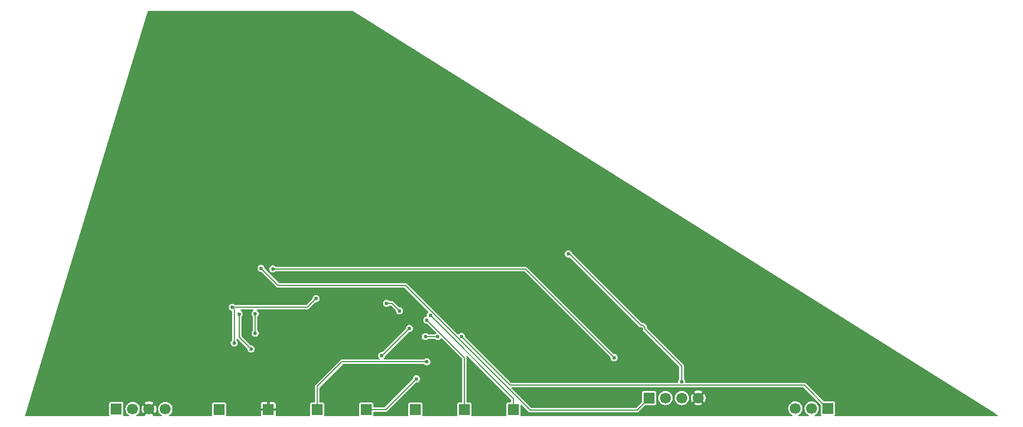
<source format=gbr>
%TF.GenerationSoftware,KiCad,Pcbnew,9.0.3*%
%TF.CreationDate,2025-09-15T18:31:03-04:00*%
%TF.ProjectId,SGTC_Center,53475443-5f43-4656-9e74-65722e6b6963,rev?*%
%TF.SameCoordinates,Original*%
%TF.FileFunction,Copper,L2,Bot*%
%TF.FilePolarity,Positive*%
%FSLAX46Y46*%
G04 Gerber Fmt 4.6, Leading zero omitted, Abs format (unit mm)*
G04 Created by KiCad (PCBNEW 9.0.3) date 2025-09-15 18:31:03*
%MOMM*%
%LPD*%
G01*
G04 APERTURE LIST*
%TA.AperFunction,ComponentPad*%
%ADD10R,1.700000X1.700000*%
%TD*%
%TA.AperFunction,ComponentPad*%
%ADD11C,1.700000*%
%TD*%
%TA.AperFunction,ViaPad*%
%ADD12C,0.600000*%
%TD*%
%TA.AperFunction,Conductor*%
%ADD13C,0.200000*%
%TD*%
G04 APERTURE END LIST*
D10*
%TO.P,J2,1,Pin_1*%
%TO.N,DIN*%
X125020000Y-138550000D03*
%TD*%
%TO.P,J6,1,Pin_1*%
%TO.N,GND*%
X94540000Y-138550000D03*
%TD*%
%TO.P,J7,1,Pin_1*%
%TO.N,+3.3V*%
X86920000Y-138550000D03*
%TD*%
%TO.P,J8,1,Pin_1*%
%TO.N,~{CS}*%
X181490000Y-138400000D03*
D11*
%TO.P,J8,2,Pin_2*%
%TO.N,Net-(J8-Pin_2)*%
X178950000Y-138400000D03*
%TO.P,J8,3,Pin_3*%
%TO.N,Net-(J8-Pin_3)*%
X176410000Y-138400000D03*
%TD*%
D10*
%TO.P,J5,1,Pin_1*%
%TO.N,~{SYNC}{slash}~{RST}*%
X102160000Y-138550000D03*
%TD*%
%TO.P,J3,1,Pin_1*%
%TO.N,DOUT*%
X117400000Y-138550000D03*
%TD*%
%TO.P,J10,1,Pin_1*%
%TO.N,GAUGE2_IN_N*%
X153710000Y-136750000D03*
D11*
%TO.P,J10,2,Pin_2*%
%TO.N,GAUGE2_IN_P*%
X156250000Y-136750000D03*
%TO.P,J10,3,Pin_3*%
%TO.N,+3.3V*%
X158790000Y-136750000D03*
%TO.P,J10,4,Pin_4*%
%TO.N,GND*%
X161330000Y-136750000D03*
%TD*%
D10*
%TO.P,J4,1,Pin_1*%
%TO.N,SPICLK*%
X109780000Y-138550000D03*
%TD*%
%TO.P,J1,1,Pin_1*%
%TO.N,ADCCLK*%
X132640000Y-138550000D03*
%TD*%
D11*
%TO.P,J9,4,Pin_4*%
%TO.N,+3.3V*%
X78560000Y-138475000D03*
%TO.P,J9,3,Pin_3*%
%TO.N,GND*%
X76020000Y-138475000D03*
%TO.P,J9,2,Pin_2*%
%TO.N,GAUGE1_IN_P*%
X73480000Y-138475000D03*
D10*
%TO.P,J9,1,Pin_1*%
%TO.N,GAUGE1_IN_N*%
X70940000Y-138475000D03*
%TD*%
D12*
%TO.N,+3.3V*%
X141160000Y-114350000D03*
X158750000Y-134200000D03*
%TO.N,GND*%
X138010000Y-135900000D03*
X128423600Y-137076800D03*
X138560000Y-129900000D03*
X80610000Y-124300000D03*
X120500000Y-129000000D03*
X78250000Y-132250000D03*
X180910000Y-136100000D03*
X135310000Y-126400000D03*
X128322000Y-123157600D03*
X104000000Y-128250000D03*
X114610000Y-120900000D03*
X138310000Y-133150000D03*
X152500000Y-126000000D03*
X112810000Y-122774999D03*
X146750000Y-136250000D03*
X117810000Y-129800000D03*
X137810000Y-121400000D03*
%TO.N,+3.3V*%
X101960000Y-121300000D03*
X114910000Y-123200000D03*
X88960000Y-122650000D03*
X89250000Y-128225000D03*
X112920000Y-122030000D03*
%TO.N,GAUGE2_IN_N*%
X91860000Y-129150000D03*
X93425000Y-116600000D03*
X90010000Y-123700000D03*
%TO.N,GAUGE2_IN_P*%
X92510000Y-123650000D03*
X148250000Y-130475000D03*
X95250000Y-116700000D03*
X92510000Y-126700000D03*
%TO.N,DIN*%
X119180000Y-124640000D03*
%TO.N,SPICLK*%
X116465909Y-125931909D03*
X112167600Y-130168000D03*
X117552400Y-133774800D03*
%TO.N,~{SYNC}{slash}~{RST}*%
X119178000Y-131133200D03*
%TO.N,ADCCLK*%
X119710000Y-123950000D03*
%TO.N,~{CS}*%
X124550000Y-127200000D03*
X120860000Y-127210000D03*
X118950000Y-127210000D03*
%TD*%
D13*
%TO.N,GAUGE2_IN_N*%
X153710000Y-136750000D02*
X151810000Y-138650000D01*
X151810000Y-138650000D02*
X135220768Y-138650000D01*
%TO.N,+3.3V*%
X158750000Y-134200000D02*
X158750000Y-131750000D01*
X158750000Y-131750000D02*
X153051000Y-126051000D01*
X153051000Y-126051000D02*
X153051000Y-125771768D01*
X152449000Y-125449000D02*
X141350000Y-114350000D01*
X153051000Y-125771768D02*
X152728232Y-125449000D01*
X152728232Y-125449000D02*
X152449000Y-125449000D01*
X141350000Y-114350000D02*
X141160000Y-114350000D01*
%TO.N,~{CS}*%
X124550000Y-127200000D02*
X132100000Y-134750000D01*
X132100000Y-134750000D02*
X177799224Y-134750000D01*
X177799224Y-134750000D02*
X181507060Y-138457836D01*
%TO.N,+3.3V*%
X89250000Y-128225000D02*
X89250000Y-122940000D01*
X89250000Y-122940000D02*
X88960000Y-122650000D01*
X113740000Y-122030000D02*
X114910000Y-123200000D01*
X112920000Y-122030000D02*
X113740000Y-122030000D01*
X88960000Y-122650000D02*
X100610000Y-122650000D01*
X100610000Y-122650000D02*
X101960000Y-121300000D01*
%TO.N,GAUGE2_IN_N*%
X115820768Y-119250000D02*
X135220768Y-138650000D01*
X93425000Y-116600000D02*
X96075000Y-119250000D01*
X90010000Y-127300000D02*
X91860000Y-129150000D01*
X96075000Y-119250000D02*
X115820768Y-119250000D01*
X90010000Y-123700000D02*
X90010000Y-127300000D01*
%TO.N,GAUGE2_IN_P*%
X134475000Y-116700000D02*
X148250000Y-130475000D01*
X95250000Y-116700000D02*
X134475000Y-116700000D01*
X92510000Y-123650000D02*
X92510000Y-126700000D01*
%TO.N,DIN*%
X125020000Y-130480000D02*
X125020000Y-138550000D01*
X119180000Y-124640000D02*
X125020000Y-130480000D01*
%TO.N,SPICLK*%
X112229818Y-130168000D02*
X112167600Y-130168000D01*
X112777200Y-138550000D02*
X109780000Y-138550000D01*
X116465909Y-125931909D02*
X112229818Y-130168000D01*
X117552400Y-133774800D02*
X112777200Y-138550000D01*
%TO.N,~{SYNC}{slash}~{RST}*%
X119178000Y-131133200D02*
X105970000Y-131133200D01*
X102160000Y-134943200D02*
X102160000Y-138550000D01*
X105970000Y-131133200D02*
X102160000Y-134943200D01*
%TO.N,ADCCLK*%
X119710000Y-123950000D02*
X132607060Y-136847060D01*
X132607060Y-136847060D02*
X132607060Y-138457836D01*
%TO.N,~{CS}*%
X118950000Y-127210000D02*
X120860000Y-127210000D01*
%TD*%
%TA.AperFunction,Conductor*%
%TO.N,GND*%
G36*
X107631175Y-76600038D02*
G01*
X181951562Y-123179593D01*
X207194738Y-139000500D01*
X207834618Y-139401538D01*
X207873884Y-139448461D01*
X207878070Y-139509503D01*
X207845577Y-139561348D01*
X207788816Y-139584192D01*
X207782043Y-139584424D01*
X182603036Y-139584424D01*
X182544845Y-139565517D01*
X182508881Y-139516017D01*
X182508881Y-139454831D01*
X182520720Y-139430423D01*
X182530202Y-139416232D01*
X182575966Y-139347740D01*
X182590500Y-139274674D01*
X182590500Y-137525326D01*
X182575966Y-137452260D01*
X182547387Y-137409488D01*
X182520602Y-137369400D01*
X182520599Y-137369397D01*
X182437742Y-137314035D01*
X182437740Y-137314034D01*
X182437737Y-137314033D01*
X182437736Y-137314033D01*
X182364684Y-137299501D01*
X182364674Y-137299500D01*
X182364673Y-137299500D01*
X180885414Y-137299500D01*
X180827223Y-137280593D01*
X180815410Y-137270504D01*
X179420221Y-135875315D01*
X178014436Y-134469530D01*
X177934512Y-134423386D01*
X177845368Y-134399500D01*
X177845366Y-134399500D01*
X159395483Y-134399500D01*
X159337292Y-134380593D01*
X159301328Y-134331093D01*
X159299963Y-134278949D01*
X159299653Y-134278909D01*
X159299911Y-134276947D01*
X159299857Y-134274875D01*
X159300500Y-134272475D01*
X159300500Y-134127525D01*
X159296557Y-134112810D01*
X159262984Y-133987515D01*
X159262982Y-133987512D01*
X159262982Y-133987510D01*
X159190512Y-133861989D01*
X159190508Y-133861984D01*
X159129496Y-133800971D01*
X159101719Y-133746454D01*
X159100500Y-133730968D01*
X159100500Y-131703857D01*
X159095099Y-131683700D01*
X159076614Y-131614712D01*
X159030470Y-131534788D01*
X153430496Y-125934814D01*
X153402719Y-125880297D01*
X153401500Y-125864810D01*
X153401500Y-125725625D01*
X153401500Y-125725624D01*
X153377614Y-125636480D01*
X153377613Y-125636478D01*
X153353028Y-125593895D01*
X153343916Y-125578114D01*
X153331470Y-125556556D01*
X152943444Y-125168530D01*
X152863520Y-125122386D01*
X152774376Y-125098500D01*
X152774374Y-125098500D01*
X152635189Y-125098500D01*
X152576998Y-125079593D01*
X152565185Y-125069504D01*
X141706303Y-114210621D01*
X141680681Y-114166240D01*
X141672984Y-114137515D01*
X141672981Y-114137510D01*
X141600512Y-114011989D01*
X141600510Y-114011987D01*
X141600509Y-114011985D01*
X141498015Y-113909491D01*
X141498012Y-113909489D01*
X141498010Y-113909487D01*
X141372488Y-113837017D01*
X141372489Y-113837017D01*
X141342896Y-113829087D01*
X141232475Y-113799500D01*
X141087525Y-113799500D01*
X141025790Y-113816041D01*
X140947510Y-113837017D01*
X140821989Y-113909487D01*
X140719487Y-114011989D01*
X140647017Y-114137510D01*
X140609500Y-114277525D01*
X140609500Y-114422474D01*
X140647017Y-114562489D01*
X140719487Y-114688010D01*
X140719489Y-114688012D01*
X140719491Y-114688015D01*
X140821985Y-114790509D01*
X140821987Y-114790510D01*
X140821989Y-114790512D01*
X140947511Y-114862982D01*
X140947512Y-114862982D01*
X140947515Y-114862984D01*
X141087525Y-114900500D01*
X141087526Y-114900500D01*
X141232476Y-114900500D01*
X141232476Y-114900499D01*
X141313186Y-114878873D01*
X141374286Y-114882074D01*
X141408813Y-114904495D01*
X152168531Y-125664212D01*
X152168530Y-125664212D01*
X152233787Y-125729468D01*
X152233789Y-125729470D01*
X152282702Y-125757710D01*
X152313712Y-125775614D01*
X152402856Y-125799500D01*
X152542042Y-125799500D01*
X152549639Y-125801968D01*
X152557529Y-125800719D01*
X152578184Y-125811243D01*
X152600233Y-125818407D01*
X152612046Y-125828496D01*
X152671504Y-125887954D01*
X152699281Y-125942471D01*
X152700500Y-125957958D01*
X152700500Y-126097143D01*
X152714528Y-126149499D01*
X152724385Y-126186285D01*
X152724386Y-126186288D01*
X152770530Y-126266212D01*
X158370505Y-131866187D01*
X158398281Y-131920702D01*
X158399500Y-131936189D01*
X158399500Y-133730968D01*
X158380593Y-133789159D01*
X158370504Y-133800971D01*
X158309491Y-133861984D01*
X158309487Y-133861989D01*
X158237017Y-133987510D01*
X158199500Y-134127525D01*
X158199500Y-134272475D01*
X158199499Y-134272475D01*
X158200143Y-134274875D01*
X158200049Y-134276652D01*
X158200347Y-134278909D01*
X158199928Y-134278964D01*
X158196942Y-134335977D01*
X158158438Y-134383528D01*
X158104517Y-134399500D01*
X132286189Y-134399500D01*
X132227998Y-134380593D01*
X132216185Y-134370504D01*
X125129496Y-127283814D01*
X125101719Y-127229297D01*
X125100500Y-127213810D01*
X125100500Y-127127525D01*
X125096825Y-127113810D01*
X125062984Y-126987515D01*
X125062982Y-126987512D01*
X125062982Y-126987510D01*
X124990512Y-126861989D01*
X124990510Y-126861987D01*
X124990509Y-126861985D01*
X124888015Y-126759491D01*
X124888012Y-126759489D01*
X124888010Y-126759487D01*
X124762488Y-126687017D01*
X124762489Y-126687017D01*
X124732896Y-126679087D01*
X124622475Y-126649500D01*
X124477525Y-126649500D01*
X124440205Y-126659500D01*
X124337510Y-126687017D01*
X124211989Y-126759487D01*
X124109489Y-126861987D01*
X124107728Y-126865038D01*
X124105852Y-126866726D01*
X124105540Y-126867134D01*
X124105464Y-126867075D01*
X124062257Y-126905977D01*
X124001407Y-126912371D01*
X123951989Y-126885539D01*
X119996920Y-122930470D01*
X116035980Y-118969530D01*
X115956056Y-118923386D01*
X115866912Y-118899500D01*
X115866910Y-118899500D01*
X96261190Y-118899500D01*
X96202999Y-118880593D01*
X96191186Y-118870504D01*
X94004496Y-116683814D01*
X93976719Y-116629297D01*
X93976580Y-116627525D01*
X94699500Y-116627525D01*
X94699500Y-116772474D01*
X94737017Y-116912489D01*
X94809487Y-117038010D01*
X94809489Y-117038012D01*
X94809491Y-117038015D01*
X94911985Y-117140509D01*
X94911987Y-117140510D01*
X94911989Y-117140512D01*
X95037511Y-117212982D01*
X95037512Y-117212982D01*
X95037515Y-117212984D01*
X95177525Y-117250500D01*
X95177526Y-117250500D01*
X95322474Y-117250500D01*
X95322475Y-117250500D01*
X95462485Y-117212984D01*
X95462487Y-117212982D01*
X95462489Y-117212982D01*
X95588010Y-117140512D01*
X95588010Y-117140511D01*
X95588015Y-117140509D01*
X95618522Y-117110002D01*
X95649029Y-117079496D01*
X95703546Y-117051719D01*
X95719032Y-117050500D01*
X134288810Y-117050500D01*
X134347001Y-117069407D01*
X134358814Y-117079496D01*
X147670504Y-130391186D01*
X147698281Y-130445703D01*
X147699500Y-130461190D01*
X147699500Y-130547474D01*
X147737017Y-130687489D01*
X147809487Y-130813010D01*
X147809489Y-130813012D01*
X147809491Y-130813015D01*
X147911985Y-130915509D01*
X147911987Y-130915510D01*
X147911989Y-130915512D01*
X148037511Y-130987982D01*
X148037512Y-130987982D01*
X148037515Y-130987984D01*
X148177525Y-131025500D01*
X148177526Y-131025500D01*
X148322474Y-131025500D01*
X148322475Y-131025500D01*
X148462485Y-130987984D01*
X148462487Y-130987982D01*
X148462489Y-130987982D01*
X148588010Y-130915512D01*
X148588010Y-130915511D01*
X148588015Y-130915509D01*
X148690509Y-130813015D01*
X148694221Y-130806585D01*
X148762982Y-130687489D01*
X148762982Y-130687487D01*
X148762984Y-130687485D01*
X148800500Y-130547475D01*
X148800500Y-130402525D01*
X148762984Y-130262515D01*
X148762982Y-130262512D01*
X148762982Y-130262510D01*
X148690512Y-130136989D01*
X148690510Y-130136987D01*
X148690509Y-130136985D01*
X148588015Y-130034491D01*
X148588012Y-130034489D01*
X148588010Y-130034487D01*
X148462488Y-129962017D01*
X148462489Y-129962017D01*
X148432896Y-129954087D01*
X148322475Y-129924500D01*
X148322474Y-129924500D01*
X148236190Y-129924500D01*
X148177999Y-129905593D01*
X148166186Y-129895504D01*
X141433664Y-123162982D01*
X134690212Y-116419530D01*
X134610288Y-116373386D01*
X134521144Y-116349500D01*
X134521142Y-116349500D01*
X95719032Y-116349500D01*
X95660841Y-116330593D01*
X95649029Y-116320504D01*
X95588015Y-116259491D01*
X95588010Y-116259487D01*
X95462488Y-116187017D01*
X95462489Y-116187017D01*
X95359761Y-116159491D01*
X95322475Y-116149500D01*
X95177525Y-116149500D01*
X95140239Y-116159491D01*
X95037510Y-116187017D01*
X94911989Y-116259487D01*
X94809487Y-116361989D01*
X94737017Y-116487510D01*
X94699500Y-116627525D01*
X93976580Y-116627525D01*
X93975500Y-116613810D01*
X93975500Y-116527525D01*
X93946562Y-116419530D01*
X93937984Y-116387515D01*
X93937982Y-116387512D01*
X93937982Y-116387510D01*
X93865512Y-116261989D01*
X93865510Y-116261987D01*
X93865509Y-116261985D01*
X93763015Y-116159491D01*
X93763012Y-116159489D01*
X93763010Y-116159487D01*
X93637488Y-116087017D01*
X93637489Y-116087017D01*
X93607896Y-116079087D01*
X93497475Y-116049500D01*
X93352525Y-116049500D01*
X93290790Y-116066041D01*
X93212510Y-116087017D01*
X93086989Y-116159487D01*
X92984487Y-116261989D01*
X92912017Y-116387510D01*
X92885222Y-116487510D01*
X92874500Y-116527525D01*
X92874500Y-116672475D01*
X92901295Y-116772474D01*
X92912017Y-116812489D01*
X92984487Y-116938010D01*
X92984489Y-116938012D01*
X92984491Y-116938015D01*
X93086985Y-117040509D01*
X93086987Y-117040510D01*
X93086989Y-117040512D01*
X93212511Y-117112982D01*
X93212512Y-117112982D01*
X93212515Y-117112984D01*
X93352525Y-117150500D01*
X93438810Y-117150500D01*
X93497001Y-117169407D01*
X93508814Y-117179496D01*
X95859788Y-119530470D01*
X95939712Y-119576614D01*
X96028856Y-119600500D01*
X115634578Y-119600500D01*
X115692769Y-119619407D01*
X115704582Y-119629496D01*
X119415532Y-123340446D01*
X119443309Y-123394963D01*
X119433738Y-123455395D01*
X119395029Y-123496186D01*
X119371987Y-123509489D01*
X119269487Y-123611989D01*
X119197017Y-123737510D01*
X119159500Y-123877525D01*
X119159500Y-123999608D01*
X119140593Y-124057799D01*
X119091093Y-124093763D01*
X119086133Y-124095232D01*
X119055113Y-124103544D01*
X118967510Y-124127017D01*
X118841989Y-124199487D01*
X118739487Y-124301989D01*
X118667017Y-124427510D01*
X118629500Y-124567525D01*
X118629500Y-124712474D01*
X118667017Y-124852489D01*
X118739487Y-124978010D01*
X118739489Y-124978012D01*
X118739491Y-124978015D01*
X118841985Y-125080509D01*
X118841987Y-125080510D01*
X118841989Y-125080512D01*
X118967511Y-125152982D01*
X118967512Y-125152982D01*
X118967515Y-125152984D01*
X119107525Y-125190500D01*
X119193810Y-125190500D01*
X119252001Y-125209407D01*
X119263814Y-125219496D01*
X120615763Y-126571445D01*
X120625701Y-126590950D01*
X120639043Y-126608298D01*
X120639298Y-126617636D01*
X120643540Y-126625962D01*
X120640116Y-126647580D01*
X120640714Y-126669460D01*
X120635628Y-126675918D01*
X120633969Y-126686394D01*
X120606114Y-126719923D01*
X120600920Y-126723917D01*
X120521985Y-126769491D01*
X120456429Y-126835046D01*
X120451323Y-126838974D01*
X120428262Y-126847169D01*
X120406454Y-126858281D01*
X120394305Y-126859237D01*
X120393670Y-126859463D01*
X120393199Y-126859324D01*
X120390968Y-126859500D01*
X119419032Y-126859500D01*
X119360841Y-126840593D01*
X119349029Y-126830504D01*
X119288015Y-126769491D01*
X119288010Y-126769487D01*
X119162488Y-126697017D01*
X119162489Y-126697017D01*
X119083747Y-126675918D01*
X119022475Y-126659500D01*
X118877525Y-126659500D01*
X118816253Y-126675918D01*
X118737510Y-126697017D01*
X118611989Y-126769487D01*
X118509487Y-126871989D01*
X118437017Y-126997510D01*
X118401705Y-127129297D01*
X118399500Y-127137525D01*
X118399500Y-127282475D01*
X118429087Y-127392896D01*
X118437017Y-127422489D01*
X118509487Y-127548010D01*
X118509489Y-127548012D01*
X118509491Y-127548015D01*
X118611985Y-127650509D01*
X118611987Y-127650510D01*
X118611989Y-127650512D01*
X118737511Y-127722982D01*
X118737512Y-127722982D01*
X118737515Y-127722984D01*
X118877525Y-127760500D01*
X118877526Y-127760500D01*
X119022474Y-127760500D01*
X119022475Y-127760500D01*
X119162485Y-127722984D01*
X119162487Y-127722982D01*
X119162489Y-127722982D01*
X119288010Y-127650512D01*
X119288010Y-127650511D01*
X119288015Y-127650509D01*
X119318522Y-127620002D01*
X119349029Y-127589496D01*
X119403546Y-127561719D01*
X119419032Y-127560500D01*
X120390968Y-127560500D01*
X120449159Y-127579407D01*
X120460971Y-127589496D01*
X120521984Y-127650508D01*
X120521989Y-127650512D01*
X120647511Y-127722982D01*
X120647512Y-127722982D01*
X120647515Y-127722984D01*
X120787525Y-127760500D01*
X120787526Y-127760500D01*
X120932474Y-127760500D01*
X120932475Y-127760500D01*
X121072485Y-127722984D01*
X121072487Y-127722982D01*
X121072489Y-127722982D01*
X121198010Y-127650512D01*
X121198010Y-127650511D01*
X121198015Y-127650509D01*
X121300509Y-127548015D01*
X121342814Y-127474739D01*
X121388282Y-127433799D01*
X121449132Y-127427403D01*
X121498554Y-127454236D01*
X124640504Y-130596186D01*
X124668281Y-130650703D01*
X124669500Y-130666190D01*
X124669500Y-137350500D01*
X124650593Y-137408691D01*
X124601093Y-137444655D01*
X124570500Y-137449500D01*
X124145326Y-137449500D01*
X124145325Y-137449500D01*
X124145315Y-137449501D01*
X124072263Y-137464033D01*
X124072257Y-137464035D01*
X123989400Y-137519397D01*
X123989397Y-137519400D01*
X123934035Y-137602257D01*
X123934033Y-137602263D01*
X123919501Y-137675315D01*
X123919500Y-137675327D01*
X123919500Y-139424681D01*
X123927742Y-139466108D01*
X123920552Y-139526869D01*
X123879020Y-139571800D01*
X123830645Y-139584424D01*
X118589355Y-139584424D01*
X118531164Y-139565517D01*
X118495200Y-139516017D01*
X118492258Y-139466108D01*
X118500499Y-139424681D01*
X118500500Y-139424672D01*
X118500500Y-137675327D01*
X118500498Y-137675315D01*
X118491509Y-137630127D01*
X118485966Y-137602260D01*
X118477383Y-137589414D01*
X118430602Y-137519400D01*
X118430599Y-137519397D01*
X118347742Y-137464035D01*
X118347740Y-137464034D01*
X118347737Y-137464033D01*
X118347736Y-137464033D01*
X118274684Y-137449501D01*
X118274674Y-137449500D01*
X116525326Y-137449500D01*
X116525325Y-137449500D01*
X116525315Y-137449501D01*
X116452263Y-137464033D01*
X116452257Y-137464035D01*
X116369400Y-137519397D01*
X116369397Y-137519400D01*
X116314035Y-137602257D01*
X116314033Y-137602263D01*
X116299501Y-137675315D01*
X116299500Y-137675327D01*
X116299500Y-139424681D01*
X116307742Y-139466108D01*
X116300552Y-139526869D01*
X116259020Y-139571800D01*
X116210645Y-139584424D01*
X110969355Y-139584424D01*
X110911164Y-139565517D01*
X110875200Y-139516017D01*
X110872258Y-139466108D01*
X110880499Y-139424681D01*
X110880500Y-139424672D01*
X110880500Y-138999500D01*
X110899407Y-138941309D01*
X110948907Y-138905345D01*
X110979500Y-138900500D01*
X112823342Y-138900500D01*
X112823344Y-138900500D01*
X112912488Y-138876614D01*
X112992412Y-138830470D01*
X117468586Y-134354296D01*
X117523103Y-134326519D01*
X117538590Y-134325300D01*
X117624874Y-134325300D01*
X117624875Y-134325300D01*
X117764885Y-134287784D01*
X117764887Y-134287782D01*
X117764889Y-134287782D01*
X117890410Y-134215312D01*
X117890410Y-134215311D01*
X117890415Y-134215309D01*
X117992909Y-134112815D01*
X117992912Y-134112810D01*
X118065382Y-133987289D01*
X118065382Y-133987287D01*
X118065384Y-133987285D01*
X118102900Y-133847275D01*
X118102900Y-133702325D01*
X118065384Y-133562315D01*
X118065382Y-133562312D01*
X118065382Y-133562310D01*
X117992912Y-133436789D01*
X117992910Y-133436787D01*
X117992909Y-133436785D01*
X117890415Y-133334291D01*
X117890412Y-133334289D01*
X117890410Y-133334287D01*
X117764888Y-133261817D01*
X117764889Y-133261817D01*
X117735296Y-133253887D01*
X117624875Y-133224300D01*
X117479925Y-133224300D01*
X117418190Y-133240841D01*
X117339910Y-133261817D01*
X117214389Y-133334287D01*
X117111887Y-133436789D01*
X117039417Y-133562310D01*
X117001900Y-133702325D01*
X117001900Y-133788610D01*
X116982993Y-133846801D01*
X116972904Y-133858614D01*
X112661014Y-138170504D01*
X112606497Y-138198281D01*
X112591010Y-138199500D01*
X110979500Y-138199500D01*
X110921309Y-138180593D01*
X110885345Y-138131093D01*
X110880500Y-138100500D01*
X110880500Y-137675327D01*
X110880498Y-137675315D01*
X110871509Y-137630127D01*
X110865966Y-137602260D01*
X110857383Y-137589414D01*
X110810602Y-137519400D01*
X110810599Y-137519397D01*
X110727742Y-137464035D01*
X110727740Y-137464034D01*
X110727737Y-137464033D01*
X110727736Y-137464033D01*
X110654684Y-137449501D01*
X110654674Y-137449500D01*
X108905326Y-137449500D01*
X108905325Y-137449500D01*
X108905315Y-137449501D01*
X108832263Y-137464033D01*
X108832257Y-137464035D01*
X108749400Y-137519397D01*
X108749397Y-137519400D01*
X108694035Y-137602257D01*
X108694033Y-137602263D01*
X108679501Y-137675315D01*
X108679500Y-137675327D01*
X108679500Y-139424681D01*
X108687742Y-139466108D01*
X108680552Y-139526869D01*
X108639020Y-139571800D01*
X108590645Y-139584424D01*
X103349355Y-139584424D01*
X103291164Y-139565517D01*
X103255200Y-139516017D01*
X103252258Y-139466108D01*
X103260499Y-139424681D01*
X103260500Y-139424672D01*
X103260500Y-137675327D01*
X103260498Y-137675315D01*
X103251509Y-137630127D01*
X103245966Y-137602260D01*
X103237383Y-137589414D01*
X103190602Y-137519400D01*
X103190599Y-137519397D01*
X103107742Y-137464035D01*
X103107740Y-137464034D01*
X103107737Y-137464033D01*
X103107736Y-137464033D01*
X103034684Y-137449501D01*
X103034674Y-137449500D01*
X103034673Y-137449500D01*
X102609500Y-137449500D01*
X102551309Y-137430593D01*
X102515345Y-137381093D01*
X102510500Y-137350500D01*
X102510500Y-135129390D01*
X102529407Y-135071199D01*
X102539496Y-135059386D01*
X106086186Y-131512696D01*
X106140703Y-131484919D01*
X106156190Y-131483700D01*
X118708968Y-131483700D01*
X118767159Y-131502607D01*
X118778971Y-131512696D01*
X118839984Y-131573708D01*
X118839989Y-131573712D01*
X118965511Y-131646182D01*
X118965512Y-131646182D01*
X118965515Y-131646184D01*
X119105525Y-131683700D01*
X119105526Y-131683700D01*
X119250474Y-131683700D01*
X119250475Y-131683700D01*
X119390485Y-131646184D01*
X119390487Y-131646182D01*
X119390489Y-131646182D01*
X119516010Y-131573712D01*
X119516010Y-131573711D01*
X119516015Y-131573709D01*
X119618509Y-131471215D01*
X119690984Y-131345685D01*
X119728500Y-131205675D01*
X119728500Y-131060725D01*
X119690984Y-130920715D01*
X119690982Y-130920712D01*
X119690982Y-130920710D01*
X119618512Y-130795189D01*
X119618510Y-130795187D01*
X119618509Y-130795185D01*
X119516015Y-130692691D01*
X119516012Y-130692689D01*
X119516010Y-130692687D01*
X119390488Y-130620217D01*
X119390489Y-130620217D01*
X119346794Y-130608509D01*
X119250475Y-130582700D01*
X119105525Y-130582700D01*
X119055195Y-130596186D01*
X118965510Y-130620217D01*
X118839989Y-130692687D01*
X118839984Y-130692691D01*
X118778971Y-130753704D01*
X118724454Y-130781481D01*
X118708968Y-130782700D01*
X112570249Y-130782700D01*
X112512058Y-130763793D01*
X112476094Y-130714293D01*
X112476094Y-130653107D01*
X112502989Y-130615060D01*
X112501026Y-130613097D01*
X112505612Y-130608510D01*
X112505615Y-130608509D01*
X112608109Y-130506015D01*
X112680584Y-130380485D01*
X112718100Y-130240475D01*
X112718100Y-130216407D01*
X112737007Y-130158216D01*
X112747096Y-130146403D01*
X116382094Y-126511405D01*
X116436611Y-126483628D01*
X116452098Y-126482409D01*
X116538383Y-126482409D01*
X116538384Y-126482409D01*
X116678394Y-126444893D01*
X116678396Y-126444891D01*
X116678398Y-126444891D01*
X116803919Y-126372421D01*
X116803919Y-126372420D01*
X116803924Y-126372418D01*
X116906418Y-126269924D01*
X116908562Y-126266211D01*
X116978891Y-126144398D01*
X116978891Y-126144396D01*
X116978893Y-126144394D01*
X117016409Y-126004384D01*
X117016409Y-125859434D01*
X116978893Y-125719424D01*
X116978891Y-125719421D01*
X116978891Y-125719419D01*
X116906421Y-125593898D01*
X116906419Y-125593896D01*
X116906418Y-125593894D01*
X116803924Y-125491400D01*
X116803921Y-125491398D01*
X116803919Y-125491396D01*
X116678397Y-125418926D01*
X116678398Y-125418926D01*
X116648805Y-125410996D01*
X116538384Y-125381409D01*
X116393434Y-125381409D01*
X116331699Y-125397950D01*
X116253419Y-125418926D01*
X116127898Y-125491396D01*
X116025396Y-125593898D01*
X115952926Y-125719419D01*
X115915409Y-125859434D01*
X115915409Y-125945718D01*
X115896502Y-126003909D01*
X115886413Y-126015722D01*
X112313631Y-129588504D01*
X112259114Y-129616281D01*
X112243627Y-129617500D01*
X112240075Y-129617500D01*
X112095125Y-129617500D01*
X112033390Y-129634041D01*
X111955110Y-129655017D01*
X111829589Y-129727487D01*
X111727087Y-129829989D01*
X111654617Y-129955510D01*
X111633455Y-130034487D01*
X111617100Y-130095525D01*
X111617100Y-130240475D01*
X111623006Y-130262515D01*
X111654617Y-130380489D01*
X111727087Y-130506010D01*
X111727089Y-130506012D01*
X111727091Y-130506015D01*
X111829585Y-130608509D01*
X111829587Y-130608510D01*
X111834174Y-130613097D01*
X111832097Y-130615173D01*
X111859868Y-130655561D01*
X111858280Y-130716726D01*
X111821044Y-130765276D01*
X111764951Y-130782700D01*
X105923856Y-130782700D01*
X105853268Y-130801614D01*
X105853267Y-130801613D01*
X105834714Y-130806585D01*
X105834712Y-130806585D01*
X105834712Y-130806586D01*
X105823577Y-130813015D01*
X105754788Y-130852730D01*
X101879527Y-134727991D01*
X101868801Y-134746570D01*
X101866533Y-134750500D01*
X101851918Y-134775813D01*
X101833387Y-134807909D01*
X101809500Y-134897057D01*
X101809500Y-137350500D01*
X101790593Y-137408691D01*
X101741093Y-137444655D01*
X101710500Y-137449500D01*
X101285326Y-137449500D01*
X101285325Y-137449500D01*
X101285315Y-137449501D01*
X101212263Y-137464033D01*
X101212257Y-137464035D01*
X101129400Y-137519397D01*
X101129397Y-137519400D01*
X101074035Y-137602257D01*
X101074033Y-137602263D01*
X101059501Y-137675315D01*
X101059500Y-137675327D01*
X101059500Y-139424681D01*
X101067742Y-139466108D01*
X101060552Y-139526869D01*
X101019020Y-139571800D01*
X100970645Y-139584424D01*
X95784950Y-139584424D01*
X95726759Y-139565517D01*
X95690795Y-139516017D01*
X95686610Y-139474014D01*
X95689999Y-139444797D01*
X95690000Y-139444795D01*
X95690000Y-138750001D01*
X95689999Y-138750000D01*
X95001880Y-138750000D01*
X95005925Y-138742993D01*
X95040000Y-138615826D01*
X95040000Y-138484174D01*
X95005925Y-138357007D01*
X95001880Y-138350000D01*
X95689998Y-138350000D01*
X95689999Y-138349999D01*
X95689999Y-137655210D01*
X95689998Y-137655208D01*
X95687090Y-137630125D01*
X95641786Y-137527522D01*
X95562477Y-137448213D01*
X95459872Y-137402909D01*
X95434797Y-137400000D01*
X94740001Y-137400000D01*
X94740000Y-137400001D01*
X94740000Y-138088120D01*
X94732993Y-138084075D01*
X94605826Y-138050000D01*
X94474174Y-138050000D01*
X94347007Y-138084075D01*
X94340000Y-138088120D01*
X94340000Y-137400001D01*
X94339999Y-137400000D01*
X93645210Y-137400000D01*
X93645207Y-137400001D01*
X93620125Y-137402909D01*
X93517522Y-137448213D01*
X93438213Y-137527522D01*
X93392909Y-137630127D01*
X93390000Y-137655202D01*
X93390000Y-138349999D01*
X93390001Y-138350000D01*
X94078120Y-138350000D01*
X94074075Y-138357007D01*
X94040000Y-138484174D01*
X94040000Y-138615826D01*
X94074075Y-138742993D01*
X94078120Y-138750000D01*
X93390002Y-138750000D01*
X93390001Y-138750001D01*
X93390001Y-139444788D01*
X93393391Y-139474018D01*
X93381313Y-139534000D01*
X93336286Y-139575427D01*
X93295050Y-139584424D01*
X88109355Y-139584424D01*
X88051164Y-139565517D01*
X88015200Y-139516017D01*
X88012258Y-139466108D01*
X88020499Y-139424681D01*
X88020500Y-139424672D01*
X88020500Y-137675327D01*
X88020499Y-137675323D01*
X88020497Y-137675315D01*
X88005966Y-137602260D01*
X87997383Y-137589414D01*
X87950602Y-137519400D01*
X87950599Y-137519397D01*
X87867742Y-137464035D01*
X87867740Y-137464034D01*
X87867737Y-137464033D01*
X87867736Y-137464033D01*
X87794684Y-137449501D01*
X87794674Y-137449500D01*
X86045326Y-137449500D01*
X86045325Y-137449500D01*
X86045315Y-137449501D01*
X85972263Y-137464033D01*
X85972257Y-137464035D01*
X85889400Y-137519397D01*
X85889397Y-137519400D01*
X85834035Y-137602257D01*
X85834033Y-137602263D01*
X85819501Y-137675315D01*
X85819500Y-137675327D01*
X85819500Y-139424681D01*
X85827742Y-139466108D01*
X85820552Y-139526869D01*
X85779020Y-139571800D01*
X85730645Y-139584424D01*
X79209982Y-139584424D01*
X79151791Y-139565517D01*
X79115827Y-139516017D01*
X79115827Y-139454831D01*
X79151790Y-139405332D01*
X79276928Y-139314414D01*
X79399414Y-139191928D01*
X79501232Y-139051788D01*
X79579873Y-138897445D01*
X79579874Y-138897440D01*
X79579876Y-138897438D01*
X79633401Y-138732706D01*
X79633402Y-138732702D01*
X79660500Y-138561614D01*
X79660500Y-138388384D01*
X79660499Y-138388378D01*
X79633402Y-138217297D01*
X79633401Y-138217293D01*
X79579876Y-138052561D01*
X79579874Y-138052558D01*
X79579873Y-138052557D01*
X79579873Y-138052555D01*
X79501232Y-137898212D01*
X79399414Y-137758072D01*
X79276928Y-137635586D01*
X79136788Y-137533768D01*
X79136787Y-137533767D01*
X79136785Y-137533766D01*
X78982441Y-137455125D01*
X78982438Y-137455123D01*
X78817706Y-137401598D01*
X78817702Y-137401597D01*
X78646614Y-137374500D01*
X78646611Y-137374500D01*
X78473389Y-137374500D01*
X78473386Y-137374500D01*
X78302297Y-137401597D01*
X78302293Y-137401598D01*
X78137561Y-137455123D01*
X78137558Y-137455125D01*
X77983214Y-137533766D01*
X77843073Y-137635585D01*
X77720585Y-137758073D01*
X77618766Y-137898214D01*
X77540125Y-138052558D01*
X77540123Y-138052561D01*
X77486598Y-138217293D01*
X77486597Y-138217297D01*
X77459501Y-138388378D01*
X77459500Y-138388384D01*
X77459500Y-138561614D01*
X77486597Y-138732702D01*
X77486598Y-138732706D01*
X77540123Y-138897438D01*
X77540125Y-138897441D01*
X77592635Y-139000500D01*
X77618768Y-139051788D01*
X77720586Y-139191928D01*
X77843072Y-139314414D01*
X77968209Y-139405332D01*
X78004173Y-139454831D01*
X78004173Y-139516017D01*
X77968209Y-139565517D01*
X77910018Y-139584424D01*
X76754195Y-139584424D01*
X76696004Y-139565517D01*
X76660040Y-139516017D01*
X76660040Y-139454831D01*
X76678541Y-139429365D01*
X76679488Y-139417331D01*
X76205176Y-138943019D01*
X76212993Y-138940925D01*
X76327007Y-138875099D01*
X76420099Y-138782007D01*
X76485925Y-138667993D01*
X76488019Y-138660176D01*
X76962330Y-139134487D01*
X77003569Y-139077728D01*
X77085749Y-138916440D01*
X77141683Y-138744289D01*
X77170000Y-138565510D01*
X77170000Y-138384489D01*
X77141683Y-138205710D01*
X77085749Y-138033559D01*
X77003571Y-137872275D01*
X76962330Y-137815511D01*
X76488019Y-138289821D01*
X76485925Y-138282007D01*
X76420099Y-138167993D01*
X76327007Y-138074901D01*
X76212993Y-138009075D01*
X76205174Y-138006980D01*
X76679488Y-137532667D01*
X76622728Y-137491430D01*
X76461440Y-137409250D01*
X76289289Y-137353316D01*
X76110510Y-137325000D01*
X75929490Y-137325000D01*
X75750710Y-137353316D01*
X75578559Y-137409250D01*
X75417267Y-137491432D01*
X75360510Y-137532667D01*
X75834823Y-138006980D01*
X75827007Y-138009075D01*
X75712993Y-138074901D01*
X75619901Y-138167993D01*
X75554075Y-138282007D01*
X75551980Y-138289823D01*
X75077667Y-137815510D01*
X75036432Y-137872267D01*
X74954250Y-138033559D01*
X74898316Y-138205710D01*
X74870000Y-138384489D01*
X74870000Y-138565510D01*
X74898316Y-138744289D01*
X74954250Y-138916440D01*
X75036430Y-139077728D01*
X75077667Y-139134488D01*
X75551980Y-138660174D01*
X75554075Y-138667993D01*
X75619901Y-138782007D01*
X75712993Y-138875099D01*
X75827007Y-138940925D01*
X75834821Y-138943019D01*
X75360510Y-139417331D01*
X75361457Y-139429368D01*
X75379957Y-139454830D01*
X75379958Y-139516015D01*
X75343995Y-139565516D01*
X75285805Y-139584424D01*
X74129982Y-139584424D01*
X74071791Y-139565517D01*
X74035827Y-139516017D01*
X74035827Y-139454831D01*
X74071790Y-139405332D01*
X74196928Y-139314414D01*
X74319414Y-139191928D01*
X74421232Y-139051788D01*
X74499873Y-138897445D01*
X74499874Y-138897440D01*
X74499876Y-138897438D01*
X74553401Y-138732706D01*
X74553402Y-138732702D01*
X74580500Y-138561614D01*
X74580500Y-138388385D01*
X74553402Y-138217297D01*
X74553401Y-138217293D01*
X74499876Y-138052561D01*
X74499874Y-138052558D01*
X74499873Y-138052557D01*
X74499873Y-138052555D01*
X74421232Y-137898212D01*
X74319414Y-137758072D01*
X74196928Y-137635586D01*
X74056788Y-137533768D01*
X74056787Y-137533767D01*
X74056785Y-137533766D01*
X73902441Y-137455125D01*
X73902438Y-137455123D01*
X73737706Y-137401598D01*
X73737702Y-137401597D01*
X73566614Y-137374500D01*
X73566611Y-137374500D01*
X73393389Y-137374500D01*
X73393386Y-137374500D01*
X73222297Y-137401597D01*
X73222293Y-137401598D01*
X73057561Y-137455123D01*
X73057558Y-137455125D01*
X72903214Y-137533766D01*
X72763073Y-137635585D01*
X72640585Y-137758073D01*
X72538766Y-137898214D01*
X72460125Y-138052558D01*
X72460123Y-138052561D01*
X72406598Y-138217293D01*
X72406597Y-138217297D01*
X72379501Y-138388378D01*
X72379500Y-138388384D01*
X72379500Y-138561614D01*
X72406597Y-138732702D01*
X72406598Y-138732706D01*
X72460123Y-138897438D01*
X72460125Y-138897441D01*
X72512635Y-139000500D01*
X72538768Y-139051788D01*
X72640586Y-139191928D01*
X72763072Y-139314414D01*
X72888209Y-139405332D01*
X72924173Y-139454831D01*
X72924173Y-139516017D01*
X72888209Y-139565517D01*
X72830018Y-139584424D01*
X72103149Y-139584424D01*
X72044958Y-139565517D01*
X72008994Y-139516017D01*
X72008994Y-139454831D01*
X72020832Y-139430424D01*
X72024669Y-139424681D01*
X72025966Y-139422740D01*
X72040500Y-139349674D01*
X72040500Y-137600326D01*
X72025966Y-137527260D01*
X71983721Y-137464035D01*
X71970602Y-137444400D01*
X71970599Y-137444397D01*
X71887742Y-137389035D01*
X71887740Y-137389034D01*
X71887737Y-137389033D01*
X71887736Y-137389033D01*
X71814684Y-137374501D01*
X71814674Y-137374500D01*
X70065326Y-137374500D01*
X70065325Y-137374500D01*
X70065315Y-137374501D01*
X69992263Y-137389033D01*
X69992257Y-137389035D01*
X69909400Y-137444397D01*
X69909397Y-137444400D01*
X69854035Y-137527257D01*
X69854033Y-137527263D01*
X69839501Y-137600315D01*
X69839500Y-137600327D01*
X69839500Y-139349672D01*
X69839501Y-139349684D01*
X69854033Y-139422736D01*
X69854035Y-139422742D01*
X69859168Y-139430424D01*
X69875775Y-139489313D01*
X69854596Y-139546716D01*
X69803721Y-139580708D01*
X69776851Y-139584424D01*
X56842742Y-139584424D01*
X56784551Y-139565517D01*
X56748587Y-139516017D01*
X56748020Y-139456635D01*
X61878206Y-122577525D01*
X88409500Y-122577525D01*
X88409500Y-122722475D01*
X88419419Y-122759491D01*
X88447017Y-122862489D01*
X88519487Y-122988010D01*
X88519489Y-122988012D01*
X88519491Y-122988015D01*
X88621985Y-123090509D01*
X88621987Y-123090510D01*
X88621989Y-123090512D01*
X88747511Y-123162982D01*
X88747509Y-123162982D01*
X88747513Y-123162983D01*
X88747515Y-123162984D01*
X88826126Y-123184048D01*
X88877437Y-123217370D01*
X88899364Y-123274491D01*
X88899500Y-123279673D01*
X88899500Y-127755968D01*
X88880593Y-127814159D01*
X88870504Y-127825971D01*
X88809491Y-127886984D01*
X88809487Y-127886989D01*
X88737017Y-128012510D01*
X88699500Y-128152525D01*
X88699500Y-128297474D01*
X88737017Y-128437489D01*
X88809487Y-128563010D01*
X88809489Y-128563012D01*
X88809491Y-128563015D01*
X88911985Y-128665509D01*
X88911987Y-128665510D01*
X88911989Y-128665512D01*
X89037511Y-128737982D01*
X89037512Y-128737982D01*
X89037515Y-128737984D01*
X89177525Y-128775500D01*
X89177526Y-128775500D01*
X89322474Y-128775500D01*
X89322475Y-128775500D01*
X89462485Y-128737984D01*
X89462487Y-128737982D01*
X89462489Y-128737982D01*
X89588010Y-128665512D01*
X89588010Y-128665511D01*
X89588015Y-128665509D01*
X89690509Y-128563015D01*
X89762984Y-128437485D01*
X89800500Y-128297475D01*
X89800500Y-128152525D01*
X89762984Y-128012515D01*
X89762982Y-128012512D01*
X89762982Y-128012510D01*
X89690512Y-127886989D01*
X89690508Y-127886984D01*
X89629496Y-127825971D01*
X89625870Y-127818854D01*
X89619407Y-127814159D01*
X89612242Y-127792107D01*
X89601719Y-127771454D01*
X89600500Y-127755968D01*
X89600500Y-127625189D01*
X89619407Y-127566998D01*
X89668907Y-127531034D01*
X89730093Y-127531034D01*
X89769501Y-127555183D01*
X91280505Y-129066187D01*
X91308281Y-129120702D01*
X91309500Y-129136189D01*
X91309500Y-129222474D01*
X91347017Y-129362489D01*
X91419487Y-129488010D01*
X91419489Y-129488012D01*
X91419491Y-129488015D01*
X91521985Y-129590509D01*
X91521987Y-129590510D01*
X91521989Y-129590512D01*
X91647511Y-129662982D01*
X91647512Y-129662982D01*
X91647515Y-129662984D01*
X91787525Y-129700500D01*
X91787526Y-129700500D01*
X91932474Y-129700500D01*
X91932475Y-129700500D01*
X92072485Y-129662984D01*
X92072487Y-129662982D01*
X92072489Y-129662982D01*
X92198010Y-129590512D01*
X92198010Y-129590511D01*
X92198015Y-129590509D01*
X92300509Y-129488015D01*
X92372984Y-129362485D01*
X92410500Y-129222475D01*
X92410500Y-129077525D01*
X92372984Y-128937515D01*
X92372982Y-128937512D01*
X92372982Y-128937510D01*
X92300512Y-128811989D01*
X92300510Y-128811987D01*
X92300509Y-128811985D01*
X92198015Y-128709491D01*
X92198012Y-128709489D01*
X92198010Y-128709487D01*
X92072488Y-128637017D01*
X92072489Y-128637017D01*
X92042896Y-128629087D01*
X91932475Y-128599500D01*
X91932474Y-128599500D01*
X91846190Y-128599500D01*
X91787999Y-128580593D01*
X91776186Y-128570504D01*
X90389496Y-127183814D01*
X90361719Y-127129297D01*
X90360500Y-127113810D01*
X90360500Y-124169031D01*
X90379407Y-124110840D01*
X90389490Y-124099033D01*
X90450509Y-124038015D01*
X90459481Y-124022475D01*
X90522982Y-123912489D01*
X90522982Y-123912487D01*
X90522984Y-123912485D01*
X90560500Y-123772475D01*
X90560500Y-123627525D01*
X90522984Y-123487515D01*
X90522982Y-123487512D01*
X90522982Y-123487510D01*
X90450512Y-123361989D01*
X90450510Y-123361987D01*
X90450509Y-123361985D01*
X90348015Y-123259491D01*
X90348012Y-123259489D01*
X90348010Y-123259487D01*
X90219403Y-123185236D01*
X90178462Y-123139767D01*
X90172066Y-123078917D01*
X90202659Y-123025929D01*
X90258555Y-123001042D01*
X90268903Y-123000500D01*
X92164494Y-123000500D01*
X92222685Y-123019407D01*
X92258649Y-123068907D01*
X92258649Y-123130093D01*
X92222685Y-123179593D01*
X92213995Y-123185236D01*
X92171987Y-123209489D01*
X92069487Y-123311989D01*
X91997017Y-123437510D01*
X91997016Y-123437515D01*
X91959500Y-123577525D01*
X91959500Y-123722475D01*
X91972897Y-123772474D01*
X91997017Y-123862489D01*
X92069487Y-123988010D01*
X92069489Y-123988012D01*
X92069491Y-123988015D01*
X92130505Y-124049029D01*
X92158281Y-124103544D01*
X92159500Y-124119031D01*
X92159500Y-126230968D01*
X92140593Y-126289159D01*
X92130504Y-126300971D01*
X92069491Y-126361984D01*
X92069487Y-126361989D01*
X91997017Y-126487510D01*
X91974527Y-126571445D01*
X91959500Y-126627525D01*
X91959500Y-126772475D01*
X91984755Y-126866726D01*
X91997017Y-126912489D01*
X92069487Y-127038010D01*
X92069489Y-127038012D01*
X92069491Y-127038015D01*
X92171985Y-127140509D01*
X92171987Y-127140510D01*
X92171989Y-127140512D01*
X92297511Y-127212982D01*
X92297512Y-127212982D01*
X92297515Y-127212984D01*
X92437525Y-127250500D01*
X92437526Y-127250500D01*
X92582474Y-127250500D01*
X92582475Y-127250500D01*
X92722485Y-127212984D01*
X92722487Y-127212982D01*
X92722489Y-127212982D01*
X92848010Y-127140512D01*
X92848010Y-127140511D01*
X92848015Y-127140509D01*
X92950509Y-127038015D01*
X93022984Y-126912485D01*
X93060500Y-126772475D01*
X93060500Y-126627525D01*
X93022984Y-126487515D01*
X93022982Y-126487512D01*
X93022982Y-126487510D01*
X92950512Y-126361989D01*
X92950508Y-126361984D01*
X92889496Y-126300971D01*
X92861719Y-126246454D01*
X92860500Y-126230968D01*
X92860500Y-124119031D01*
X92879407Y-124060840D01*
X92889490Y-124049033D01*
X92950509Y-123988015D01*
X92994114Y-123912489D01*
X93022982Y-123862489D01*
X93022982Y-123862487D01*
X93022984Y-123862485D01*
X93060500Y-123722475D01*
X93060500Y-123577525D01*
X93022984Y-123437515D01*
X93022982Y-123437512D01*
X93022982Y-123437510D01*
X92950512Y-123311989D01*
X92950510Y-123311987D01*
X92950509Y-123311985D01*
X92848015Y-123209491D01*
X92848012Y-123209489D01*
X92806005Y-123185236D01*
X92765065Y-123139766D01*
X92758670Y-123078916D01*
X92789263Y-123025928D01*
X92845158Y-123001042D01*
X92855506Y-123000500D01*
X100656142Y-123000500D01*
X100656144Y-123000500D01*
X100745288Y-122976614D01*
X100755912Y-122970480D01*
X100825212Y-122930470D01*
X101798155Y-121957525D01*
X112369500Y-121957525D01*
X112369500Y-122102475D01*
X112378756Y-122137017D01*
X112407017Y-122242489D01*
X112479487Y-122368010D01*
X112479489Y-122368012D01*
X112479491Y-122368015D01*
X112581985Y-122470509D01*
X112581987Y-122470510D01*
X112581989Y-122470512D01*
X112707511Y-122542982D01*
X112707512Y-122542982D01*
X112707515Y-122542984D01*
X112847525Y-122580500D01*
X112847526Y-122580500D01*
X112992474Y-122580500D01*
X112992475Y-122580500D01*
X113132485Y-122542984D01*
X113132487Y-122542982D01*
X113132489Y-122542982D01*
X113258010Y-122470512D01*
X113258010Y-122470511D01*
X113258015Y-122470509D01*
X113291014Y-122437510D01*
X113319029Y-122409496D01*
X113326145Y-122405870D01*
X113330841Y-122399407D01*
X113352892Y-122392242D01*
X113373546Y-122381719D01*
X113389032Y-122380500D01*
X113553810Y-122380500D01*
X113612001Y-122399407D01*
X113623814Y-122409496D01*
X114330504Y-123116186D01*
X114358281Y-123170703D01*
X114359500Y-123186190D01*
X114359500Y-123272475D01*
X114389087Y-123382896D01*
X114397017Y-123412489D01*
X114469487Y-123538010D01*
X114469489Y-123538012D01*
X114469491Y-123538015D01*
X114571985Y-123640509D01*
X114571987Y-123640510D01*
X114571989Y-123640512D01*
X114697511Y-123712982D01*
X114697512Y-123712982D01*
X114697515Y-123712984D01*
X114837525Y-123750500D01*
X114837526Y-123750500D01*
X114982474Y-123750500D01*
X114982475Y-123750500D01*
X115122485Y-123712984D01*
X115122487Y-123712982D01*
X115122489Y-123712982D01*
X115248010Y-123640512D01*
X115248010Y-123640511D01*
X115248015Y-123640509D01*
X115350509Y-123538015D01*
X115350512Y-123538010D01*
X115422982Y-123412489D01*
X115422982Y-123412487D01*
X115422984Y-123412485D01*
X115460500Y-123272475D01*
X115460500Y-123127525D01*
X115422984Y-122987515D01*
X115422982Y-122987512D01*
X115422982Y-122987510D01*
X115350512Y-122861989D01*
X115350510Y-122861987D01*
X115350509Y-122861985D01*
X115248015Y-122759491D01*
X115248012Y-122759489D01*
X115248010Y-122759487D01*
X115122488Y-122687017D01*
X115122489Y-122687017D01*
X115092896Y-122679087D01*
X114982475Y-122649500D01*
X114982474Y-122649500D01*
X114896190Y-122649500D01*
X114837999Y-122630593D01*
X114826186Y-122620504D01*
X114415169Y-122209487D01*
X113955212Y-121749530D01*
X113875288Y-121703386D01*
X113875287Y-121703385D01*
X113875286Y-121703385D01*
X113864517Y-121700499D01*
X113864517Y-121700500D01*
X113786144Y-121679500D01*
X113786142Y-121679500D01*
X113389032Y-121679500D01*
X113330841Y-121660593D01*
X113319029Y-121650504D01*
X113258015Y-121589491D01*
X113258010Y-121589487D01*
X113132488Y-121517017D01*
X113132489Y-121517017D01*
X113102896Y-121509087D01*
X112992475Y-121479500D01*
X112847525Y-121479500D01*
X112785790Y-121496041D01*
X112707510Y-121517017D01*
X112581989Y-121589487D01*
X112479487Y-121691989D01*
X112407017Y-121817510D01*
X112397851Y-121851719D01*
X112369500Y-121957525D01*
X101798155Y-121957525D01*
X101876185Y-121879495D01*
X101930702Y-121851719D01*
X101946189Y-121850500D01*
X102032474Y-121850500D01*
X102032475Y-121850500D01*
X102172485Y-121812984D01*
X102172487Y-121812982D01*
X102172489Y-121812982D01*
X102298010Y-121740512D01*
X102298010Y-121740511D01*
X102298015Y-121740509D01*
X102400509Y-121638015D01*
X102400512Y-121638010D01*
X102472982Y-121512489D01*
X102472982Y-121512487D01*
X102472984Y-121512485D01*
X102510500Y-121372475D01*
X102510500Y-121227525D01*
X102472984Y-121087515D01*
X102472982Y-121087512D01*
X102472982Y-121087510D01*
X102400512Y-120961989D01*
X102400510Y-120961987D01*
X102400509Y-120961985D01*
X102298015Y-120859491D01*
X102298012Y-120859489D01*
X102298010Y-120859487D01*
X102172488Y-120787017D01*
X102172489Y-120787017D01*
X102142896Y-120779087D01*
X102032475Y-120749500D01*
X101887525Y-120749500D01*
X101825790Y-120766041D01*
X101747510Y-120787017D01*
X101621989Y-120859487D01*
X101519487Y-120961989D01*
X101447017Y-121087510D01*
X101409500Y-121227525D01*
X101409500Y-121313810D01*
X101390593Y-121372001D01*
X101380504Y-121383814D01*
X100493814Y-122270504D01*
X100439297Y-122298281D01*
X100423810Y-122299500D01*
X89429032Y-122299500D01*
X89370841Y-122280593D01*
X89359029Y-122270504D01*
X89298015Y-122209491D01*
X89298010Y-122209487D01*
X89172488Y-122137017D01*
X89172489Y-122137017D01*
X89142896Y-122129087D01*
X89032475Y-122099500D01*
X88887525Y-122099500D01*
X88825790Y-122116041D01*
X88747510Y-122137017D01*
X88621989Y-122209487D01*
X88519487Y-122311989D01*
X88447017Y-122437510D01*
X88447016Y-122437515D01*
X88409500Y-122577525D01*
X61878206Y-122577525D01*
X75835720Y-76655134D01*
X75870733Y-76604957D01*
X75928552Y-76584942D01*
X75930442Y-76584924D01*
X107578600Y-76584924D01*
X107631175Y-76600038D01*
G37*
%TD.AperFunction*%
%TA.AperFunction,Conductor*%
G36*
X125504119Y-130240568D02*
G01*
X125511820Y-130247502D01*
X132227564Y-136963246D01*
X132255341Y-137017763D01*
X132256560Y-137033250D01*
X132256560Y-137350500D01*
X132237653Y-137408691D01*
X132188153Y-137444655D01*
X132157560Y-137449500D01*
X131765326Y-137449500D01*
X131765325Y-137449500D01*
X131765315Y-137449501D01*
X131692263Y-137464033D01*
X131692257Y-137464035D01*
X131609400Y-137519397D01*
X131609397Y-137519400D01*
X131554035Y-137602257D01*
X131554033Y-137602263D01*
X131539501Y-137675315D01*
X131539500Y-137675327D01*
X131539500Y-139424681D01*
X131547742Y-139466108D01*
X131540552Y-139526869D01*
X131499020Y-139571800D01*
X131450645Y-139584424D01*
X126209355Y-139584424D01*
X126151164Y-139565517D01*
X126115200Y-139516017D01*
X126112258Y-139466108D01*
X126120499Y-139424681D01*
X126120500Y-139424672D01*
X126120500Y-137675327D01*
X126120498Y-137675315D01*
X126111509Y-137630127D01*
X126105966Y-137602260D01*
X126097383Y-137589414D01*
X126050602Y-137519400D01*
X126050599Y-137519397D01*
X125967742Y-137464035D01*
X125967740Y-137464034D01*
X125967737Y-137464033D01*
X125967736Y-137464033D01*
X125894684Y-137449501D01*
X125894674Y-137449500D01*
X125894673Y-137449500D01*
X125469500Y-137449500D01*
X125411309Y-137430593D01*
X125375345Y-137381093D01*
X125370500Y-137350500D01*
X125370500Y-130433857D01*
X125366836Y-130420182D01*
X125346614Y-130344712D01*
X125346612Y-130344709D01*
X125346189Y-130343129D01*
X125349391Y-130282028D01*
X125387897Y-130234478D01*
X125446997Y-130218642D01*
X125504119Y-130240568D01*
G37*
%TD.AperFunction*%
%TA.AperFunction,Conductor*%
G36*
X177671225Y-135119407D02*
G01*
X177683038Y-135129496D01*
X180360504Y-137806962D01*
X180388281Y-137861479D01*
X180389500Y-137876966D01*
X180389500Y-139274672D01*
X180389501Y-139274684D01*
X180404033Y-139347736D01*
X180404035Y-139347742D01*
X180459280Y-139430423D01*
X180475888Y-139489311D01*
X180454710Y-139546715D01*
X180403836Y-139580707D01*
X180376964Y-139584424D01*
X179461861Y-139584424D01*
X179403670Y-139565517D01*
X179367706Y-139516017D01*
X179367706Y-139454831D01*
X179403670Y-139405331D01*
X179416916Y-139397214D01*
X179526788Y-139341232D01*
X179666928Y-139239414D01*
X179789414Y-139116928D01*
X179891232Y-138976788D01*
X179969873Y-138822445D01*
X179969874Y-138822440D01*
X179969876Y-138822438D01*
X180023401Y-138657706D01*
X180023402Y-138657702D01*
X180050500Y-138486614D01*
X180050500Y-138313385D01*
X180023402Y-138142297D01*
X180023401Y-138142293D01*
X179969876Y-137977561D01*
X179969874Y-137977558D01*
X179969873Y-137977557D01*
X179969873Y-137977555D01*
X179891232Y-137823212D01*
X179789414Y-137683072D01*
X179666928Y-137560586D01*
X179526788Y-137458768D01*
X179526787Y-137458767D01*
X179526785Y-137458766D01*
X179372441Y-137380125D01*
X179372438Y-137380123D01*
X179207706Y-137326598D01*
X179207702Y-137326597D01*
X179036614Y-137299500D01*
X179036611Y-137299500D01*
X178863389Y-137299500D01*
X178863386Y-137299500D01*
X178692297Y-137326597D01*
X178692293Y-137326598D01*
X178527561Y-137380123D01*
X178527558Y-137380125D01*
X178373214Y-137458766D01*
X178233073Y-137560585D01*
X178110585Y-137683073D01*
X178008766Y-137823214D01*
X177930125Y-137977558D01*
X177930123Y-137977561D01*
X177876598Y-138142293D01*
X177876597Y-138142297D01*
X177849500Y-138313385D01*
X177849500Y-138486614D01*
X177876597Y-138657702D01*
X177876598Y-138657706D01*
X177930123Y-138822438D01*
X177930125Y-138822441D01*
X178008678Y-138976613D01*
X178008768Y-138976788D01*
X178110586Y-139116928D01*
X178233072Y-139239414D01*
X178373212Y-139341232D01*
X178373214Y-139341233D01*
X178483084Y-139397214D01*
X178526348Y-139440479D01*
X178535920Y-139500911D01*
X178508143Y-139555427D01*
X178453626Y-139583205D01*
X178438139Y-139584424D01*
X176921861Y-139584424D01*
X176863670Y-139565517D01*
X176827706Y-139516017D01*
X176827706Y-139454831D01*
X176863670Y-139405331D01*
X176876916Y-139397214D01*
X176986788Y-139341232D01*
X177126928Y-139239414D01*
X177249414Y-139116928D01*
X177351232Y-138976788D01*
X177429873Y-138822445D01*
X177429874Y-138822440D01*
X177429876Y-138822438D01*
X177483401Y-138657706D01*
X177483402Y-138657702D01*
X177510500Y-138486614D01*
X177510500Y-138313385D01*
X177483402Y-138142297D01*
X177483401Y-138142293D01*
X177429876Y-137977561D01*
X177429874Y-137977558D01*
X177429873Y-137977557D01*
X177429873Y-137977555D01*
X177351232Y-137823212D01*
X177249414Y-137683072D01*
X177126928Y-137560586D01*
X176986788Y-137458768D01*
X176986787Y-137458767D01*
X176986785Y-137458766D01*
X176832441Y-137380125D01*
X176832438Y-137380123D01*
X176667706Y-137326598D01*
X176667702Y-137326597D01*
X176496614Y-137299500D01*
X176496611Y-137299500D01*
X176323389Y-137299500D01*
X176323386Y-137299500D01*
X176152297Y-137326597D01*
X176152293Y-137326598D01*
X175987561Y-137380123D01*
X175987558Y-137380125D01*
X175833214Y-137458766D01*
X175693073Y-137560585D01*
X175570585Y-137683073D01*
X175468766Y-137823214D01*
X175390125Y-137977558D01*
X175390123Y-137977561D01*
X175336598Y-138142293D01*
X175336597Y-138142297D01*
X175309500Y-138313385D01*
X175309500Y-138486614D01*
X175336597Y-138657702D01*
X175336598Y-138657706D01*
X175390123Y-138822438D01*
X175390125Y-138822441D01*
X175468678Y-138976613D01*
X175468768Y-138976788D01*
X175570586Y-139116928D01*
X175693072Y-139239414D01*
X175833212Y-139341232D01*
X175833214Y-139341233D01*
X175943084Y-139397214D01*
X175986348Y-139440479D01*
X175995920Y-139500911D01*
X175968143Y-139555427D01*
X175913626Y-139583205D01*
X175898139Y-139584424D01*
X133829355Y-139584424D01*
X133771164Y-139565517D01*
X133735200Y-139516017D01*
X133732258Y-139466108D01*
X133740499Y-139424681D01*
X133740500Y-139424672D01*
X133740500Y-137904421D01*
X133759407Y-137846230D01*
X133808907Y-137810266D01*
X133870093Y-137810266D01*
X133909501Y-137834415D01*
X135005556Y-138930470D01*
X135085480Y-138976614D01*
X135174624Y-139000500D01*
X135174626Y-139000500D01*
X151856142Y-139000500D01*
X151856144Y-139000500D01*
X151945288Y-138976614D01*
X152025212Y-138930470D01*
X153076186Y-137879496D01*
X153130703Y-137851719D01*
X153146190Y-137850500D01*
X154584673Y-137850500D01*
X154584674Y-137850500D01*
X154657740Y-137835966D01*
X154740601Y-137780601D01*
X154795966Y-137697740D01*
X154810500Y-137624674D01*
X154810500Y-136663384D01*
X155149500Y-136663384D01*
X155149500Y-136836614D01*
X155176597Y-137007702D01*
X155176598Y-137007706D01*
X155230123Y-137172438D01*
X155230125Y-137172441D01*
X155308670Y-137326597D01*
X155308768Y-137326788D01*
X155410586Y-137466928D01*
X155533072Y-137589414D01*
X155673212Y-137691232D01*
X155827555Y-137769873D01*
X155827557Y-137769873D01*
X155827558Y-137769874D01*
X155827561Y-137769876D01*
X155992293Y-137823401D01*
X155992297Y-137823402D01*
X156163386Y-137850500D01*
X156163389Y-137850500D01*
X156336614Y-137850500D01*
X156507702Y-137823402D01*
X156507706Y-137823401D01*
X156672438Y-137769876D01*
X156672440Y-137769874D01*
X156672445Y-137769873D01*
X156826788Y-137691232D01*
X156966928Y-137589414D01*
X157089414Y-137466928D01*
X157191232Y-137326788D01*
X157269873Y-137172445D01*
X157269874Y-137172440D01*
X157269876Y-137172438D01*
X157323401Y-137007706D01*
X157323402Y-137007702D01*
X157350500Y-136836614D01*
X157350500Y-136663384D01*
X157689500Y-136663384D01*
X157689500Y-136836614D01*
X157716597Y-137007702D01*
X157716598Y-137007706D01*
X157770123Y-137172438D01*
X157770125Y-137172441D01*
X157848670Y-137326597D01*
X157848768Y-137326788D01*
X157950586Y-137466928D01*
X158073072Y-137589414D01*
X158213212Y-137691232D01*
X158367555Y-137769873D01*
X158367557Y-137769873D01*
X158367558Y-137769874D01*
X158367561Y-137769876D01*
X158532293Y-137823401D01*
X158532297Y-137823402D01*
X158703386Y-137850500D01*
X158703389Y-137850500D01*
X158876614Y-137850500D01*
X159047702Y-137823402D01*
X159047706Y-137823401D01*
X159212438Y-137769876D01*
X159212440Y-137769874D01*
X159212445Y-137769873D01*
X159366788Y-137691232D01*
X159506928Y-137589414D01*
X159629414Y-137466928D01*
X159731232Y-137326788D01*
X159809873Y-137172445D01*
X159809874Y-137172440D01*
X159809876Y-137172438D01*
X159863401Y-137007706D01*
X159863402Y-137007702D01*
X159890500Y-136836614D01*
X159890500Y-136663385D01*
X159889883Y-136659489D01*
X160180000Y-136659489D01*
X160180000Y-136840510D01*
X160208316Y-137019289D01*
X160264250Y-137191440D01*
X160346430Y-137352728D01*
X160387667Y-137409488D01*
X160861980Y-136935174D01*
X160864075Y-136942993D01*
X160929901Y-137057007D01*
X161022993Y-137150099D01*
X161137007Y-137215925D01*
X161144821Y-137218019D01*
X160670511Y-137692330D01*
X160727275Y-137733571D01*
X160888559Y-137815749D01*
X161060710Y-137871683D01*
X161239490Y-137900000D01*
X161420510Y-137900000D01*
X161599289Y-137871683D01*
X161771440Y-137815749D01*
X161932728Y-137733569D01*
X161989487Y-137692330D01*
X161515176Y-137218019D01*
X161522993Y-137215925D01*
X161637007Y-137150099D01*
X161730099Y-137057007D01*
X161795925Y-136942993D01*
X161798019Y-136935176D01*
X162272330Y-137409487D01*
X162313569Y-137352728D01*
X162395749Y-137191440D01*
X162451683Y-137019289D01*
X162480000Y-136840510D01*
X162480000Y-136659489D01*
X162451683Y-136480710D01*
X162395749Y-136308559D01*
X162313571Y-136147275D01*
X162272330Y-136090511D01*
X161798019Y-136564821D01*
X161795925Y-136557007D01*
X161730099Y-136442993D01*
X161637007Y-136349901D01*
X161522993Y-136284075D01*
X161515174Y-136281980D01*
X161989488Y-135807667D01*
X161932728Y-135766430D01*
X161771440Y-135684250D01*
X161599289Y-135628316D01*
X161420510Y-135600000D01*
X161239490Y-135600000D01*
X161060710Y-135628316D01*
X160888559Y-135684250D01*
X160727267Y-135766432D01*
X160670510Y-135807667D01*
X161144823Y-136281980D01*
X161137007Y-136284075D01*
X161022993Y-136349901D01*
X160929901Y-136442993D01*
X160864075Y-136557007D01*
X160861980Y-136564823D01*
X160387667Y-136090510D01*
X160346432Y-136147267D01*
X160264250Y-136308559D01*
X160208316Y-136480710D01*
X160180000Y-136659489D01*
X159889883Y-136659489D01*
X159863402Y-136492297D01*
X159863401Y-136492293D01*
X159809876Y-136327561D01*
X159809874Y-136327558D01*
X159809873Y-136327557D01*
X159809873Y-136327555D01*
X159731232Y-136173212D01*
X159629414Y-136033072D01*
X159506928Y-135910586D01*
X159366788Y-135808768D01*
X159366787Y-135808767D01*
X159366785Y-135808766D01*
X159212441Y-135730125D01*
X159212438Y-135730123D01*
X159047706Y-135676598D01*
X159047702Y-135676597D01*
X158876614Y-135649500D01*
X158876611Y-135649500D01*
X158703389Y-135649500D01*
X158703386Y-135649500D01*
X158532297Y-135676597D01*
X158532293Y-135676598D01*
X158367561Y-135730123D01*
X158367558Y-135730125D01*
X158213214Y-135808766D01*
X158073073Y-135910585D01*
X157950585Y-136033073D01*
X157848766Y-136173214D01*
X157770125Y-136327558D01*
X157770123Y-136327561D01*
X157716598Y-136492293D01*
X157716597Y-136492297D01*
X157689501Y-136663378D01*
X157689500Y-136663384D01*
X157350500Y-136663384D01*
X157350499Y-136663378D01*
X157323402Y-136492297D01*
X157323401Y-136492293D01*
X157269876Y-136327561D01*
X157269874Y-136327558D01*
X157269873Y-136327557D01*
X157269873Y-136327555D01*
X157191232Y-136173212D01*
X157089414Y-136033072D01*
X156966928Y-135910586D01*
X156826788Y-135808768D01*
X156826787Y-135808767D01*
X156826785Y-135808766D01*
X156672441Y-135730125D01*
X156672438Y-135730123D01*
X156507706Y-135676598D01*
X156507702Y-135676597D01*
X156336614Y-135649500D01*
X156336611Y-135649500D01*
X156163389Y-135649500D01*
X156163386Y-135649500D01*
X155992297Y-135676597D01*
X155992293Y-135676598D01*
X155827561Y-135730123D01*
X155827558Y-135730125D01*
X155673214Y-135808766D01*
X155533073Y-135910585D01*
X155410585Y-136033073D01*
X155308766Y-136173214D01*
X155230125Y-136327558D01*
X155230123Y-136327561D01*
X155176598Y-136492293D01*
X155176597Y-136492297D01*
X155149501Y-136663378D01*
X155149500Y-136663384D01*
X154810500Y-136663384D01*
X154810500Y-135875326D01*
X154795966Y-135802260D01*
X154747768Y-135730125D01*
X154740602Y-135719400D01*
X154740599Y-135719397D01*
X154657742Y-135664035D01*
X154657740Y-135664034D01*
X154657737Y-135664033D01*
X154657736Y-135664033D01*
X154584684Y-135649501D01*
X154584674Y-135649500D01*
X152835326Y-135649500D01*
X152835325Y-135649500D01*
X152835315Y-135649501D01*
X152762263Y-135664033D01*
X152762257Y-135664035D01*
X152679400Y-135719397D01*
X152679397Y-135719400D01*
X152624035Y-135802257D01*
X152624033Y-135802263D01*
X152609501Y-135875315D01*
X152609500Y-135875327D01*
X152609500Y-137313810D01*
X152590593Y-137372001D01*
X152580504Y-137383814D01*
X151693814Y-138270504D01*
X151639297Y-138298281D01*
X151623810Y-138299500D01*
X135406958Y-138299500D01*
X135348767Y-138280593D01*
X135336954Y-138270504D01*
X132335954Y-135269504D01*
X132308177Y-135214987D01*
X132317748Y-135154555D01*
X132361013Y-135111290D01*
X132405958Y-135100500D01*
X177613034Y-135100500D01*
X177671225Y-135119407D01*
G37*
%TD.AperFunction*%
%TD*%
M02*

</source>
